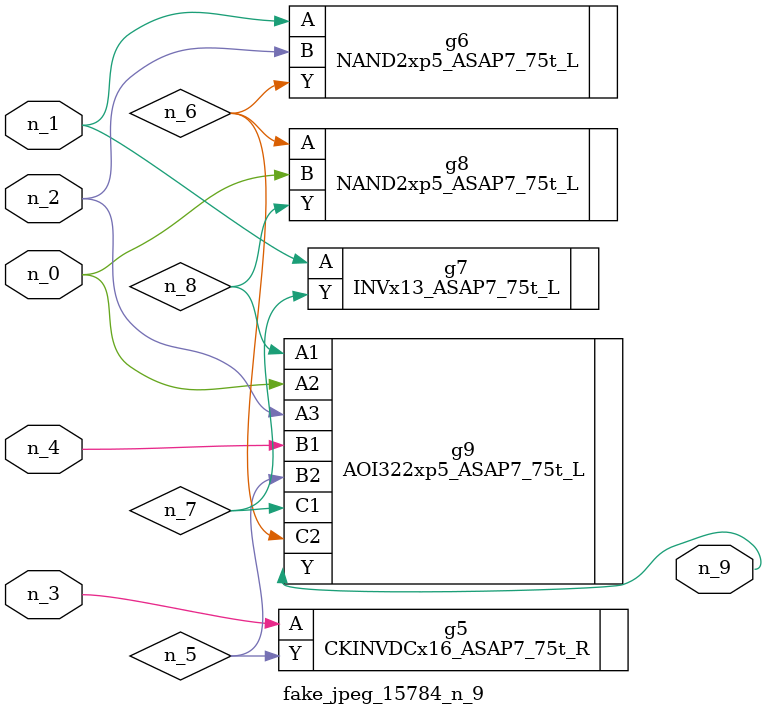
<source format=v>
module fake_jpeg_15784_n_9 (n_3, n_2, n_1, n_0, n_4, n_9);

input n_3;
input n_2;
input n_1;
input n_0;
input n_4;

output n_9;

wire n_8;
wire n_6;
wire n_5;
wire n_7;

CKINVDCx16_ASAP7_75t_R g5 ( 
.A(n_3),
.Y(n_5)
);

NAND2xp5_ASAP7_75t_L g6 ( 
.A(n_1),
.B(n_2),
.Y(n_6)
);

INVx13_ASAP7_75t_L g7 ( 
.A(n_1),
.Y(n_7)
);

NAND2xp5_ASAP7_75t_L g8 ( 
.A(n_6),
.B(n_0),
.Y(n_8)
);

AOI322xp5_ASAP7_75t_L g9 ( 
.A1(n_8),
.A2(n_0),
.A3(n_2),
.B1(n_4),
.B2(n_5),
.C1(n_7),
.C2(n_6),
.Y(n_9)
);


endmodule
</source>
